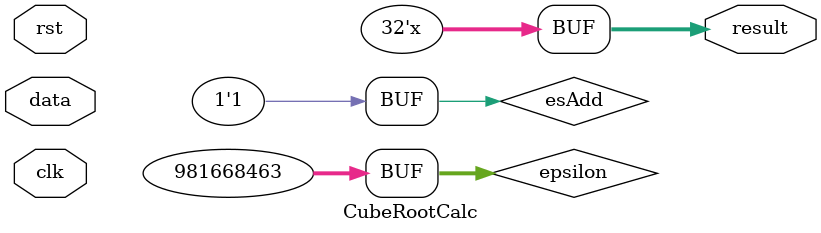
<source format=v>

module CubeRootCalc(clk,rst,data,result);
  input clk,rst;
  input [31:0]data;
  output reg[31:0]result;
  reg [31:0]epsilon=32'h3a83126f;

 
 localparam [2:0] 
    startState = 3'b000,
    midState   = 3'b001,
    mid3State  = 3'b010,
    errorState = 3'b011,
    compState  = 3'b100,
    finish     = 3'b101,
    startEnd   = 3'b110;
    
 reg[2:0] state_reg, state_next;

always @(posedge clk, posedge rst)
begin
    if(rst) 
        begin
        state_reg <= startState;
        end
    else 
        begin
        state_reg <= state_next;
        end
end

//=================================== 
//=
//=================================== 
//calculating mid
//input
reg [31:0]start,en;
reg a,b;
//output
wire[31:0] wire1;
wire[31:0] mid;
wire Add_stb,mid_stb,ex;
reg esAdd,h;
reg[31:0] Ain,Bin;

        
 Addition_Subtraction Add(
        .a(Ain),
        .b(Bin),
        .add_sub_signal(1'b0),
        .exception(ex),
        .res(wire1)      
);
        
 multiplier divide(
        .input_a(wire1),
        .input_b(32'h3f000000),
        .input_a_stb(1'b1),
        .input_b_stb(1'b1),
        .output_z_ack(1'b1),
        .clk(clk),
        .rst(rst),
        .output_z(mid),
        .output_z_stb(mid_stb),
        .input_a_ack(),
        .input_b_ack()); 


//=================================== 
//=
//=================================== 
//calculating mid3
wire [31:0]wire2;
wire [31:0]mid3;
wire mult_stb0,mult_stb;

reg [31:0]MID;
reg MID_stb;
  multiplier MULT(
        .input_a(MID),
        .input_b(MID),
        .input_a_stb(MID_stb),
        .input_b_stb(MID_stb),
        .output_z_ack(1'b1),
        .clk(clk),
        .rst(rst),
        .output_z(wire2),
        .output_z_stb(mult_stb0),
        .input_a_ack(),
        .input_b_ack());
        
  multiplier MULT1(
        .input_a(wire2),
        .input_b(MID),
        .input_a_stb(mult_stb0),
        .input_b_stb(MID_stb),
        .output_z_ack(1'b1),
        .clk(clk),
        .rst(rst),
        .output_z(mid3),
        .output_z_stb(mult_stb),
        .input_a_ack(),
        .input_b_ack());
//=================================== 
//=
//===================================
//calculation error
//input
reg [31:0] SUB1,SUB2,MID3,ERROR;
reg wire_sub;
//output
wire sub_stb; 
wire [31:0]error;

  adder SUB(
        .input_a(SUB1),
        .input_b(SUB2),
        .input_a_stb(wire_sub),
        .input_b_stb(wire_sub),
        .output_z_ack(1'b1),
        .clk(clk),
        .rst(rst),
        .output_z(error),
        .output_z_stb(sub_stb),
        .input_a_ack(),
        .input_b_ack());
        
//=================================== 
//=
//===================================
always @(clk)begin
  esAdd = 1'b1;

end

always @(state_reg, clk)
  begin
    state_next = state_reg;

    case(state_reg)
        startState :begin
          if(data[31]) begin
            state_next = finish;
            $display("Not a number");
          end else begin
          start =0;
          en =data;
          Ain=start;
          Bin=en;
          $display("start end %h",en);
          $display("start start %h",start);
          $display("==================");
          state_next = midState;
        end       
        end
        midState   :begin

            if(mid>0) begin
              MID=mid;
              $display("MID %h",MID);
              Ain=32'b0;
              Bin=32'b0;
            state_next = mid3State;
          end

        end
        mid3State  :begin
          MID_stb = 1'b1;

          if(mult_stb)begin
            MID3=mid3;
            $display("MID3 %h",MID3);
            MID_stb = 1'b0;
            state_next = errorState;
          end
        end
        errorState :begin
          if(data > MID3)begin
                SUB1=data;
                SUB2={1'b1,MID3[30:0]};
          end else begin
                SUB2={1'b1,data[30:0]};
                SUB1=MID3;
          end

          wire_sub =1'b1;
          if(sub_stb)begin
            ERROR=error;
            $display("ERROR %h",ERROR);
            wire_sub =1'b0;
            state_next = compState;
          end
        end
        compState  :begin
          if(ERROR<epsilon)begin
            state_next = finish;
          end else begin
             state_next = startEnd;
             result = MID;
          end
        end
        finish     :begin
          result = MID;
        end
        startEnd   :begin
          if(MID3>data) begin
            en = MID;
          end else begin
            start = MID;
          end
          
          Ain=start;
          Bin=en;
          $display("final end %h",en);
          $display("final start %h",start);
          $display("==================");
          state_next = midState;
        end
    endcase





    // case(state_reg)
    //     startState: begin 
    //             start =0;
    //             en =data;
    //             state_next = firstState;       
    //       end
    //       firstState: begin
    //                   a=1'b1;
    //                   b=1'b1;
    //                   if(r) begin
                       
    //                        RES=res;
    //                        MID=mid;
    //                        a=1'b0;
    //                        b=1'b0;
    //                        en=32'b0;
    //                        start=32'b0;
    //                         $display("RES %h",RES);
    //                         $display("MID %h",MID);
    //                   state_next = secondState;
    //                    end
    //       end
    //     secondState:
    //         begin
    //           if(data > RES)begin 
    //             sub1=data;
    //             sub2={1'b1,RES[30:0]};
    //           end else begin
    //             sub2={1'b1,data[30:0]};
    //             sub1=RES;
    //           end
              
    //           wire_sub=1'b1;
    //         if(sub_stb) begin
    //           ERROR=error;
    //           $display("ERROR %h",ERROR);
    //           wire_sub=1'b0;
    //           state_next = thirdState; 
    //         end 
    //         end
    //     thirdState:
    //         begin
    //          //$display("mid %h",mid);
    //          //$display("error %h",error);  
    //          $display("start %h",start);
    //          $display("end %h",en);
    //          $display("==================");
    //           if(ERROR <epsilon)begin
    //             state_next = fourthState;
    //           end else if(RES>data) begin
    //             en = MID;
    //             state_next = firstState;
    //           end else begin
    //             start = MID;
    //             state_next = firstState;
    //           end
    //           if(start ==en) begin
    //              state_next = fourthState;
    //           end
    //       end
    //     fourthState:
    //         begin
    //           result =mid;
    //       end
            
  
    // endcase
   
end
  
endmodule
  
</source>
